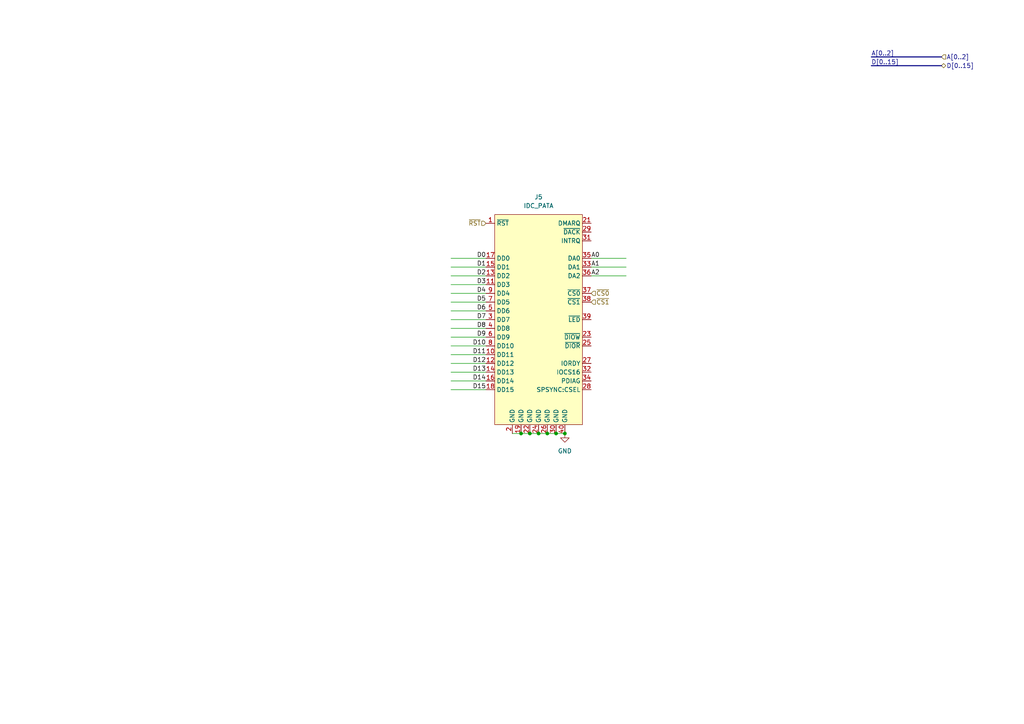
<source format=kicad_sch>
(kicad_sch (version 20230121) (generator eeschema)
  (paper "A4")
  (lib_symbols
    (symbol "m68k-hbc-conn:IDC_PATA"
      (property "Reference" "J" (at 0 31.75 0))
      (property "Value" "IDC_PATA" (at 0 0 0))
      (symbol "IDC_PATA_1_1"
        (rectangle (start -12.7 30.48) (end 12.7 -30.48) (fill (type background)))
        (pin bidirectional line (at -15.24 27.94 0) (length 2.54) (name "~{RST}") (number "1"))
        (pin bidirectional line (at -15.24 -10.16 0) (length 2.54) (name "DD11") (number "10"))
        (pin bidirectional line (at -15.24 10.16 0) (length 2.54) (name "DD3") (number "11"))
        (pin bidirectional line (at -15.24 -12.7 0) (length 2.54) (name "DD12") (number "12"))
        (pin bidirectional line (at -15.24 12.7 0) (length 2.54) (name "DD2") (number "13"))
        (pin bidirectional line (at -15.24 -15.24 0) (length 2.54) (name "DD13") (number "14"))
        (pin bidirectional line (at -15.24 15.24 0) (length 2.54) (name "DD1") (number "15"))
        (pin bidirectional line (at -15.24 -17.78 0) (length 2.54) (name "DD14") (number "16"))
        (pin bidirectional line (at -15.24 17.78 0) (length 2.54) (name "DD0") (number "17"))
        (pin bidirectional line (at -15.24 -20.32 0) (length 2.54) (name "DD15") (number "18"))
        (pin power_in line (at -5.08 -33.02 90) (length 2.54) (name "GND") (number "19"))
        (pin power_in line (at -7.62 -33.02 90) (length 2.54) (name "GND") (number "2"))
        (pin output line (at 15.24 27.94 180) (length 2.54) (name "DMARQ") (number "21"))
        (pin power_in line (at -2.54 -33.02 90) (length 2.54) (name "GND") (number "22"))
        (pin input line (at 15.24 -5.08 180) (length 2.54) (name "~{DIOW}") (number "23"))
        (pin power_in line (at 0 -33.02 90) (length 2.54) (name "GND") (number "24"))
        (pin input line (at 15.24 -7.62 180) (length 2.54) (name "~{DIOR}") (number "25"))
        (pin power_in line (at 2.54 -33.02 90) (length 2.54) (name "GND") (number "26"))
        (pin output line (at 15.24 -12.7 180) (length 2.54) (name "IORDY") (number "27"))
        (pin output line (at 15.24 -20.32 180) (length 2.54) (name "SPSYNC:CSEL") (number "28"))
        (pin output line (at 15.24 25.4 180) (length 2.54) (name "~{DACK}") (number "29"))
        (pin bidirectional line (at -15.24 0 0) (length 2.54) (name "DD7") (number "3"))
        (pin power_in line (at 5.08 -33.02 90) (length 2.54) (name "GND") (number "30"))
        (pin output line (at 15.24 22.86 180) (length 2.54) (name "INTRQ") (number "31"))
        (pin output line (at 15.24 -15.24 180) (length 2.54) (name "IOCS16") (number "32"))
        (pin input line (at 15.24 15.24 180) (length 2.54) (name "DA1") (number "33"))
        (pin output line (at 15.24 -17.78 180) (length 2.54) (name "PDIAG") (number "34"))
        (pin input line (at 15.24 17.78 180) (length 2.54) (name "DA0") (number "35"))
        (pin input line (at 15.24 12.7 180) (length 2.54) (name "DA2") (number "36"))
        (pin input line (at 15.24 7.62 180) (length 2.54) (name "~{CS0}") (number "37"))
        (pin input line (at 15.24 5.08 180) (length 2.54) (name "~{CS1}") (number "38"))
        (pin output line (at 15.24 0 180) (length 2.54) (name "~{LED}") (number "39"))
        (pin bidirectional line (at -15.24 -2.54 0) (length 2.54) (name "DD8") (number "4"))
        (pin power_in line (at 7.62 -33.02 90) (length 2.54) (name "GND") (number "40"))
        (pin bidirectional line (at -15.24 2.54 0) (length 2.54) (name "DD6") (number "5"))
        (pin bidirectional line (at -15.24 -5.08 0) (length 2.54) (name "DD9") (number "6"))
        (pin bidirectional line (at -15.24 5.08 0) (length 2.54) (name "DD5") (number "7"))
        (pin bidirectional line (at -15.24 -7.62 0) (length 2.54) (name "DD10") (number "8"))
        (pin bidirectional line (at -15.24 7.62 0) (length 2.54) (name "DD4") (number "9"))
      )
    )
    (symbol "power:GND" (power) (pin_names (offset 0))
      (property "Value" "GND" (at 0 -3.81 0))
      (symbol "GND_0_1"
        (polyline (pts (xy 0 0) (xy 0 -1.27) (xy 1.27 -1.27) (xy 0 -2.54) (xy -1.27 -1.27) (xy 0 -1.27)))
      )
      (symbol "GND_1_1"
        (pin power_in line (at 0 0 270) (length 0) hide (name "GND") (number "1"))
      )
    )
  )
  (junction (at 163.83 125.73))
  (junction (at 151.13 125.73))
  (junction (at 161.29 125.73))
  (junction (at 153.67 125.73))
  (junction (at 156.21 125.73))
  (junction (at 158.75 125.73))
  (wire (pts (xy 181.61 77.47) (xy 171.45 77.47)))
  (wire (pts (xy 130.81 90.17) (xy 140.97 90.17)))
  (wire (pts (xy 151.13 125.73) (xy 148.59 125.73)))
  (wire (pts (xy 130.81 92.71) (xy 140.97 92.71)))
  (wire (pts (xy 181.61 74.93) (xy 171.45 74.93)))
  (bus (pts (xy 252.73 16.51) (xy 273.05 16.51)))
  (wire (pts (xy 130.81 85.09) (xy 140.97 85.09)))
  (wire (pts (xy 130.81 100.33) (xy 140.97 100.33)))
  (wire (pts (xy 130.81 113.03) (xy 140.97 113.03)))
  (wire (pts (xy 130.81 74.93) (xy 140.97 74.93)))
  (wire (pts (xy 130.81 80.01) (xy 140.97 80.01)))
  (wire (pts (xy 153.67 125.73) (xy 151.13 125.73)))
  (wire (pts (xy 130.81 102.87) (xy 140.97 102.87)))
  (wire (pts (xy 158.75 125.73) (xy 156.21 125.73)))
  (wire (pts (xy 181.61 80.01) (xy 171.45 80.01)))
  (wire (pts (xy 156.21 125.73) (xy 153.67 125.73)))
  (wire (pts (xy 161.29 125.73) (xy 158.75 125.73)))
  (wire (pts (xy 130.81 95.25) (xy 140.97 95.25)))
  (wire (pts (xy 130.81 105.41) (xy 140.97 105.41)))
  (wire (pts (xy 130.81 82.55) (xy 140.97 82.55)))
  (wire (pts (xy 130.81 87.63) (xy 140.97 87.63)))
  (wire (pts (xy 130.81 97.79) (xy 140.97 97.79)))
  (wire (pts (xy 163.83 125.73) (xy 161.29 125.73)))
  (wire (pts (xy 130.81 110.49) (xy 140.97 110.49)))
  (wire (pts (xy 130.81 107.95) (xy 140.97 107.95)))
  (wire (pts (xy 130.81 77.47) (xy 140.97 77.47)))
  (bus (pts (xy 252.73 19.05) (xy 273.05 19.05)))
  (label "D14" (at 140.97 110.49 180))
  (label "D13" (at 140.97 107.95 180))
  (label "D6" (at 140.97 90.17 180))
  (label "D0" (at 140.97 74.93 180))
  (label "D11" (at 140.97 102.87 180))
  (label "D15" (at 140.97 113.03 180))
  (label "D5" (at 140.97 87.63 180))
  (label "D7" (at 140.97 92.71 180))
  (label "A1" (at 171.45 77.47 0))
  (label "D[0..15]" (at 252.73 19.05 0))
  (label "D1" (at 140.97 77.47 180))
  (label "D8" (at 140.97 95.25 180))
  (label "D2" (at 140.97 80.01 180))
  (label "D10" (at 140.97 100.33 180))
  (label "A0" (at 171.45 74.93 0))
  (label "A[0..2]" (at 252.73 16.51 0))
  (label "D9" (at 140.97 97.79 180))
  (label "D12" (at 140.97 105.41 180))
  (label "D3" (at 140.97 82.55 180))
  (label "D4" (at 140.97 85.09 180))
  (label "A2" (at 171.45 80.01 0))
  (hierarchical_label "D[0..15]" (shape bidirectional) (at 273.05 19.05 0))
  (hierarchical_label "~{CS1}" (shape input) (at 171.45 87.63 0))
  (hierarchical_label "A[0..2]" (shape input) (at 273.05 16.51 0))
  (hierarchical_label "~{CS0}" (shape input) (at 171.45 85.09 0))
  (hierarchical_label "~{RST}" (shape input) (at 140.97 64.77 180))
  (symbol (lib_id "power:GND") (at 163.83 125.73 0) (unit 1)
    (property "Reference" "#PWR069" (effects hide))
    (property "Value" "GND" (at 163.83 130.81 0))
  )
  (symbol (lib_id "m68k-hbc-conn:IDC_PATA") (at 156.21 92.71 0) (unit 1)
    (property "Reference" "J5" (at 156.21 57.15 0))
    (property "Value" "IDC_PATA" (at 156.21 59.69 0))
    (property "Footprint" "Connector_IDC:IDC-Header_2x20_P2.54mm_Vertical" (effects hide))
  )
)
</source>
